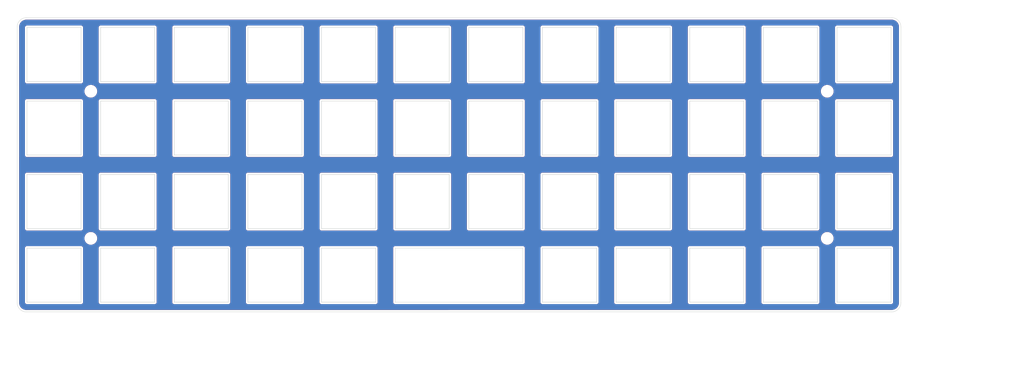
<source format=kicad_pcb>
(kicad_pcb (version 20211014) (generator pcbnew)
  (layers (0 "F.Cu" signal) (31 "B.Cu" signal) (34 "B.Paste" user) (35 "F.Paste" user) (36 "B.SilkS" user "B.Silkscreen") (37 "F.SilkS" user "F.Silkscreen") (38 "B.Mask" user) (39 "F.Mask" user) (44 "Edge.Cuts" user))
  (net 0 "")
  (footprint "Custom:MX switch plate" (layer "F.Cu") (at 103.664565 43.484593)
    (fp_text reference "REF**" hide)
    (fp_text value "MX switch plate")
    (fp_line (start -7 -7) (end -7 7) (layer "Edge.Cuts") (width 0.12))
    (fp_line (start -7 7) (end 7 7) (layer "Edge.Cuts") (width 0.12))
    (fp_line (start 7 -7) (end -7 -7) (layer "Edge.Cuts") (width 0.12))
    (fp_line (start 7 7) (end 7 -7) (layer "Edge.Cuts") (width 0.12))
  )
  (footprint "Custom:MX switch plate" (layer "F.Cu") (at 179.864565 62.534593)
    (fp_text reference "REF**" hide)
    (fp_text value "MX switch plate")
    (fp_line (start 7 7) (end 7 -7) (layer "Edge.Cuts") (width 0.12))
    (fp_line (start 7 -7) (end -7 -7) (layer "Edge.Cuts") (width 0.12))
    (fp_line (start -7 -7) (end -7 7) (layer "Edge.Cuts") (width 0.12))
    (fp_line (start -7 7) (end 7 7) (layer "Edge.Cuts") (width 0.12))
  )
  (footprint "Custom:MX switch plate" (layer "F.Cu") (at 27.464565 43.484593)
    (fp_text reference "REF**" hide)
    (fp_text value "MX switch plate")
    (fp_line (start -7 7) (end -7 -7) (layer "Edge.Cuts") (width 0.12))
    (fp_line (start 7 -7) (end 7 7) (layer "Edge.Cuts") (width 0.12))
    (fp_line (start -7 -7) (end 7 -7) (layer "Edge.Cuts") (width 0.12))
    (fp_line (start 7 7) (end -7 7) (layer "Edge.Cuts") (width 0.12))
  )
  (footprint "Custom:MX switch plate" (layer "F.Cu") (at 217.964565 81.584593)
    (fp_text reference "REF**" hide)
    (fp_text value "MX switch plate")
    (fp_line (start 7 -7) (end -7 -7) (layer "Edge.Cuts") (width 0.12))
    (fp_line (start -7 -7) (end -7 7) (layer "Edge.Cuts") (width 0.12))
    (fp_line (start -7 7) (end 7 7) (layer "Edge.Cuts") (width 0.12))
    (fp_line (start 7 7) (end 7 -7) (layer "Edge.Cuts") (width 0.12))
  )
  (footprint "Custom:MX switch plate" (layer "F.Cu") (at 46.514565 43.484593)
    (fp_text reference "REF**" hide)
    (fp_text value "MX switch plate")
    (fp_line (start -7 -7) (end -7 7) (layer "Edge.Cuts") (width 0.12))
    (fp_line (start -7 7) (end 7 7) (layer "Edge.Cuts") (width 0.12))
    (fp_line (start 7 -7) (end -7 -7) (layer "Edge.Cuts") (width 0.12))
    (fp_line (start 7 7) (end 7 -7) (layer "Edge.Cuts") (width 0.12))
  )
  (footprint "Custom:MX switch plate" (layer "F.Cu") (at 237.014565 100.634593)
    (fp_text reference "REF**" hide)
    (fp_text value "MX switch plate")
    (fp_line (start -7 -7) (end -7 7) (layer "Edge.Cuts") (width 0.12))
    (fp_line (start 7 7) (end 7 -7) (layer "Edge.Cuts") (width 0.12))
    (fp_line (start 7 -7) (end -7 -7) (layer "Edge.Cuts") (width 0.12))
    (fp_line (start -7 7) (end 7 7) (layer "Edge.Cuts") (width 0.12))
  )
  (footprint "Custom:MX switch plate" (layer "F.Cu") (at 179.864565 81.584593)
    (fp_text reference "REF**" hide)
    (fp_text value "MX switch plate")
    (fp_line (start -7 7) (end 7 7) (layer "Edge.Cuts") (width 0.12))
    (fp_line (start 7 -7) (end -7 -7) (layer "Edge.Cuts") (width 0.12))
    (fp_line (start 7 7) (end 7 -7) (layer "Edge.Cuts") (width 0.12))
    (fp_line (start -7 -7) (end -7 7) (layer "Edge.Cuts") (width 0.12))
  )
  (footprint "Custom:MX switch plate" (layer "F.Cu") (at 122.714565 62.534593)
    (fp_text reference "REF**" hide)
    (fp_text value "MX switch plate")
    (fp_line (start 7 7) (end 7 -7) (layer "Edge.Cuts") (width 0.12))
    (fp_line (start -7 7) (end 7 7) (layer "Edge.Cuts") (width 0.12))
    (fp_line (start 7 -7) (end -7 -7) (layer "Edge.Cuts") (width 0.12))
    (fp_line (start -7 -7) (end -7 7) (layer "Edge.Cuts") (width 0.12))
  )
  (footprint "Custom:MX switch plate" (layer "F.Cu") (at 217.964565 100.634593)
    (fp_text reference "REF**" hide)
    (fp_text value "MX switch plate")
    (fp_line (start -7 -7) (end -7 7) (layer "Edge.Cuts") (width 0.12))
    (fp_line (start -7 7) (end 7 7) (layer "Edge.Cuts") (width 0.12))
    (fp_line (start 7 7) (end 7 -7) (layer "Edge.Cuts") (width 0.12))
    (fp_line (start 7 -7) (end -7 -7) (layer "Edge.Cuts") (width 0.12))
  )
  (footprint "Custom:MX switch plate" (layer "F.Cu") (at 122.714565 81.584593)
    (fp_text reference "REF**" hide)
    (fp_text value "MX switch plate")
    (fp_line (start -7 7) (end 7 7) (layer "Edge.Cuts") (width 0.12))
    (fp_line (start 7 -7) (end -7 -7) (layer "Edge.Cuts") (width 0.12))
    (fp_line (start -7 -7) (end -7 7) (layer "Edge.Cuts") (width 0.12))
    (fp_line (start 7 7) (end 7 -7) (layer "Edge.Cuts") (width 0.12))
  )
  (footprint "Custom:MX switch plate" (layer "F.Cu") (at 237.014565 81.584593)
    (fp_text reference "REF**" hide)
    (fp_text value "MX switch plate")
    (fp_line (start -7 -7) (end -7 7) (layer "Edge.Cuts") (width 0.12))
    (fp_line (start 7 7) (end 7 -7) (layer "Edge.Cuts") (width 0.12))
    (fp_line (start -7 7) (end 7 7) (layer "Edge.Cuts") (width 0.12))
    (fp_line (start 7 -7) (end -7 -7) (layer "Edge.Cuts") (width 0.12))
  )
  (footprint "Custom:MX switch plate" (layer "F.Cu") (at 46.514565 81.584593)
    (fp_text reference "REF**" hide)
    (fp_text value "MX switch plate")
    (fp_line (start -7 7) (end 7 7) (layer "Edge.Cuts") (width 0.12))
    (fp_line (start -7 -7) (end -7 7) (layer "Edge.Cuts") (width 0.12))
    (fp_line (start 7 -7) (end -7 -7) (layer "Edge.Cuts") (width 0.12))
    (fp_line (start 7 7) (end 7 -7) (layer "Edge.Cuts") (width 0.12))
  )
  (footprint "Custom:MX switch plate" (layer "F.Cu") (at 217.964565 43.484593)
    (fp_text reference "REF**" hide)
    (fp_text value "MX switch plate")
    (fp_line (start 7 7) (end 7 -7) (layer "Edge.Cuts") (width 0.12))
    (fp_line (start -7 7) (end 7 7) (layer "Edge.Cuts") (width 0.12))
    (fp_line (start -7 -7) (end -7 7) (layer "Edge.Cuts") (width 0.12))
    (fp_line (start 7 -7) (end -7 -7) (layer "Edge.Cuts") (width 0.12))
  )
  (footprint "Custom:MX switch plate" (layer "F.Cu") (at 103.664565 62.534593)
    (fp_text reference "REF**" hide)
    (fp_text value "MX switch plate")
    (fp_line (start 7 -7) (end -7 -7) (layer "Edge.Cuts") (width 0.12))
    (fp_line (start -7 -7) (end -7 7) (layer "Edge.Cuts") (width 0.12))
    (fp_line (start -7 7) (end 7 7) (layer "Edge.Cuts") (width 0.12))
    (fp_line (start 7 7) (end 7 -7) (layer "Edge.Cuts") (width 0.12))
  )
  (footprint "Custom:MX switch plate" (layer "F.Cu") (at 160.814565 62.534593)
    (fp_text reference "REF**" hide)
    (fp_text value "MX switch plate")
    (fp_line (start 7 7) (end 7 -7) (layer "Edge.Cuts") (width 0.12))
    (fp_line (start -7 7) (end 7 7) (layer "Edge.Cuts") (width 0.12))
    (fp_line (start -7 -7) (end -7 7) (layer "Edge.Cuts") (width 0.12))
    (fp_line (start 7 -7) (end -7 -7) (layer "Edge.Cuts") (width 0.12))
  )
  (footprint "Custom:MX switch plate" (layer "F.Cu") (at 46.514565 62.534593)
    (fp_text reference "REF**" hide)
    (fp_text value "MX switch plate")
    (fp_line (start 7 7) (end 7 -7) (layer "Edge.Cuts") (width 0.12))
    (fp_line (start -7 7) (end 7 7) (layer "Edge.Cuts") (width 0.12))
    (fp_line (start -7 -7) (end -7 7) (layer "Edge.Cuts") (width 0.12))
    (fp_line (start 7 -7) (end -7 -7) (layer "Edge.Cuts") (width 0.12))
  )
  (footprint "Custom:M2 Screw" (layer "F.Cu") (at 36.989565 53.009593)
    (fp_text reference "REF**" hide)
    (fp_text value "M2 Screw")
    (pad "" np_thru_hole circle (at 0 0) (size 2.3 2.3) (drill 2.3) (layers *.Cu *.Mask))
  )
  (footprint "Custom:MX switch plate" (layer "F.Cu") (at 65.564565 100.634593)
    (fp_text reference "REF**" hide)
    (fp_text value "MX switch plate")
    (fp_line (start -7 -7) (end -7 7) (layer "Edge.Cuts") (width 0.12))
    (fp_line (start 7 -7) (end -7 -7) (layer "Edge.Cuts") (width 0.12))
    (fp_line (start -7 7) (end 7 7) (layer "Edge.Cuts") (width 0.12))
    (fp_line (start 7 7) (end 7 -7) (layer "Edge.Cuts") (width 0.12))
  )
  (footprint "Custom:MX switch plate" (layer "F.Cu") (at 160.814565 100.634593)
    (fp_text reference "REF**" hide)
    (fp_text value "MX switch plate")
    (fp_line (start 7 -7) (end -7 -7) (layer "Edge.Cuts") (width 0.12))
    (fp_line (start -7 -7) (end -7 7) (layer "Edge.Cuts") (width 0.12))
    (fp_line (start 7 7) (end 7 -7) (layer "Edge.Cuts") (width 0.12))
    (fp_line (start -7 7) (end 7 7) (layer "Edge.Cuts") (width 0.12))
  )
  (footprint "Custom:MX switch plate" (layer "F.Cu") (at 27.464565 81.584593)
    (fp_text reference "REF**" hide)
    (fp_text value "MX switch plate")
    (fp_line (start -7 7) (end 7 7) (layer "Edge.Cuts") (width 0.12))
    (fp_line (start 7 7) (end 7 -7) (layer "Edge.Cuts") (width 0.12))
    (fp_line (start 7 -7) (end -7 -7) (layer "Edge.Cuts") (width 0.12))
    (fp_line (start -7 -7) (end -7 7) (layer "Edge.Cuts") (width 0.12))
  )
  (footprint "Custom:MX switch plate" (layer "F.Cu") (at 160.814565 81.584593)
    (fp_text reference "REF**" hide)
    (fp_text value "MX switch plate")
    (fp_line (start 7 -7) (end -7 -7) (layer "Edge.Cuts") (width 0.12))
    (fp_line (start -7 -7) (end -7 7) (layer "Edge.Cuts") (width 0.12))
    (fp_line (start 7 7) (end 7 -7) (layer "Edge.Cuts") (width 0.12))
    (fp_line (start -7 7) (end 7 7) (layer "Edge.Cuts") (width 0.12))
  )
  (footprint "Custom:MX switch plate" (layer "F.Cu") (at 237.014565 43.484593)
    (fp_text reference "REF**" hide)
    (fp_text value "MX switch plate")
    (fp_line (start 7 7) (end 7 -7) (layer "Edge.Cuts") (width 0.12))
    (fp_line (start 7 -7) (end -7 -7) (layer "Edge.Cuts") (width 0.12))
    (fp_line (start -7 7) (end 7 7) (layer "Edge.Cuts") (width 0.12))
    (fp_line (start -7 -7) (end -7 7) (layer "Edge.Cuts") (width 0.12))
  )
  (footprint "" (layer "F.Cu") (at 227.489565 91.109593)
    (fp_text reference "" (at 0 0) (layer "F.SilkS") (effects (font (size 1.27 1.27))))
    (fp_text value "" (at 0 0) (layer "F.SilkS") (effects (font (size 1.27 1.27))))
    (pad "" np_thru_hole circle (at 0 0) (size 2.3 2.3) (drill 2.3) (layers *.Cu *.Mask))
  )
  (footprint "Custom:MX switch plate" (layer "F.Cu") (at 217.964565 62.534593)
    (fp_text reference "REF**" hide)
    (fp_text value "MX switch plate")
    (fp_line (start -7 -7) (end -7 7) (layer "Edge.Cuts") (width 0.12))
    (fp_line (start 7 -7) (end -7 -7) (layer "Edge.Cuts") (width 0.12))
    (fp_line (start -7 7) (end 7 7) (layer "Edge.Cuts") (width 0.12))
    (fp_line (start 7 7) (end 7 -7) (layer "Edge.Cuts") (width 0.12))
  )
  (footprint "Custom:MX switch plate" (layer "F.Cu") (at 179.864565 43.484593)
    (fp_text reference "REF**" hide)
    (fp_text value "MX switch plate")
    (fp_line (start -7 7) (end 7 7) (layer "Edge.Cuts") (width 0.12))
    (fp_line (start 7 -7) (end -7 -7) (layer "Edge.Cuts") (width 0.12))
    (fp_line (start -7 -7) (end -7 7) (layer "Edge.Cuts") (width 0.12))
    (fp_line (start 7 7) (end 7 -7) (layer "Edge.Cuts") (width 0.12))
  )
  (footprint "Custom:MX switch plate" (layer "F.Cu") (at 65.564565 62.534593)
    (fp_text reference "REF**" hide)
    (fp_text value "MX switch plate")
    (fp_line (start 7 -7) (end -7 -7) (layer "Edge.Cuts") (width 0.12))
    (fp_line (start 7 7) (end 7 -7) (layer "Edge.Cuts") (width 0.12))
    (fp_line (start -7 7) (end 7 7) (layer "Edge.Cuts") (width 0.12))
    (fp_line (start -7 -7) (end -7 7) (layer "Edge.Cuts") (width 0.12))
  )
  (footprint "Custom:MX switch plate" (layer "F.Cu") (at 198.914565 100.634593)
    (fp_text reference "REF**" hide)
    (fp_text value "MX switch plate")
    (fp_line (start -7 -7) (end -7 7) (layer "Edge.Cuts") (width 0.12))
    (fp_line (start 7 7) (end 7 -7) (layer "Edge.Cuts") (width 0.12))
    (fp_line (start 7 -7) (end -7 -7) (layer "Edge.Cuts") (width 0.12))
    (fp_line (start -7 7) (end 7 7) (layer "Edge.Cuts") (width 0.12))
  )
  (footprint "Custom:MX switch plate" (layer "F.Cu") (at 46.514565 100.634593)
    (fp_text reference "REF**" hide)
    (fp_text value "MX switch plate")
    (fp_line (start -7 7) (end 7 7) (layer "Edge.Cuts") (width 0.12))
    (fp_line (start 7 7) (end 7 -7) (layer "Edge.Cuts") (width 0.12))
    (fp_line (start 7 -7) (end -7 -7) (layer "Edge.Cuts") (width 0.12))
    (fp_line (start -7 -7) (end -7 7) (layer "Edge.Cuts") (width 0.12))
  )
  (footprint "Custom:MX switch plate" (layer "F.Cu") (at 65.564565 43.484593)
    (fp_text reference "REF**" hide)
    (fp_text value "MX switch plate")
    (fp_line (start 7 -7) (end -7 -7) (layer "Edge.Cuts") (width 0.12))
    (fp_line (start -7 -7) (end -7 7) (layer "Edge.Cuts") (width 0.12))
    (fp_line (start -7 7) (end 7 7) (layer "Edge.Cuts") (width 0.12))
    (fp_line (start 7 7) (end 7 -7) (layer "Edge.Cuts") (width 0.12))
  )
  (footprint "Custom:MX switch plate" (layer "F.Cu") (at 141.764565 43.484593)
    (fp_text reference "REF**" hide)
    (fp_text value "MX switch plate")
    (fp_line (start 7 -7) (end -7 -7) (layer "Edge.Cuts") (width 0.12))
    (fp_line (start -7 -7) (end -7 7) (layer "Edge.Cuts") (width 0.12))
    (fp_line (start 7 7) (end 7 -7) (layer "Edge.Cuts") (width 0.12))
    (fp_line (start -7 7) (end 7 7) (layer "Edge.Cuts") (width 0.12))
  )
  (footprint "Custom:MX switch plate" (layer "F.Cu") (at 27.464565 100.634593)
    (fp_text reference "REF**" hide)
    (fp_text value "MX switch plate")
    (fp_line (start 7 7) (end 7 -7) (layer "Edge.Cuts") (width 0.12))
    (fp_line (start -7 -7) (end -7 7) (layer "Edge.Cuts") (width 0.12))
    (fp_line (start -7 7) (end 7 7) (layer "Edge.Cuts") (width 0.12))
    (fp_line (start 7 -7) (end -7 -7) (layer "Edge.Cuts") (width 0.12))
  )
  (footprint "Custom:MX switch plate" (layer "F.Cu") (at 179.864565 100.634593)
    (fp_text reference "REF**" hide)
    (fp_text value "MX switch plate")
    (fp_line (start -7 -7) (end -7 7) (layer "Edge.Cuts") (width 0.12))
    (fp_line (start 7 -7) (end -7 -7) (layer "Edge.Cuts") (width 0.12))
    (fp_line (start -7 7) (end 7 7) (layer "Edge.Cuts") (width 0.12))
    (fp_line (start 7 7) (end 7 -7) (layer "Edge.Cuts") (width 0.12))
  )
  (footprint "Custom:MX switch plate" (layer "F.Cu") (at 237.014565 62.534593)
    (fp_text reference "REF**" hide)
    (fp_text value "MX switch plate")
    (fp_line (start 7 -7) (end -7 -7) (layer "Edge.Cuts") (width 0.12))
    (fp_line (start 7 7) (end 7 -7) (layer "Edge.Cuts") (width 0.12))
    (fp_line (start -7 -7) (end -7 7) (layer "Edge.Cuts") (width 0.12))
    (fp_line (start -7 7) (end 7 7) (layer "Edge.Cuts") (width 0.12))
  )
  (footprint "Custom:MX switch plate" (layer "F.Cu") (at 84.614565 100.634593)
    (fp_text reference "REF**" hide)
    (fp_text value "MX switch plate")
    (fp_line (start 7 -7) (end -7 -7) (layer "Edge.Cuts") (width 0.12))
    (fp_line (start 7 7) (end 7 -7) (layer "Edge.Cuts") (width 0.12))
    (fp_line (start -7 7) (end 7 7) (layer "Edge.Cuts") (width 0.12))
    (fp_line (start -7 -7) (end -7 7) (layer "Edge.Cuts") (width 0.12))
  )
  (footprint "Custom:MX switch plate" (layer "F.Cu") (at 198.914565 43.484593)
    (fp_text reference "REF**" hide)
    (fp_text value "MX switch plate")
    (fp_line (start -7 7) (end 7 7) (layer "Edge.Cuts") (width 0.12))
    (fp_line (start -7 -7) (end -7 7) (layer "Edge.Cuts") (width 0.12))
    (fp_line (start 7 -7) (end -7 -7) (layer "Edge.Cuts") (width 0.12))
    (fp_line (start 7 7) (end 7 -7) (layer "Edge.Cuts") (width 0.12))
  )
  (footprint "Custom:MX switch plate" (layer "F.Cu") (at 84.614565 43.484593)
    (fp_text reference "REF**" hide)
    (fp_text value "MX switch plate")
    (fp_line (start -7 7) (end 7 7) (layer "Edge.Cuts") (width 0.12))
    (fp_line (start 7 7) (end 7 -7) (layer "Edge.Cuts") (width 0.12))
    (fp_line (start 7 -7) (end -7 -7) (layer "Edge.Cuts") (width 0.12))
    (fp_line (start -7 -7) (end -7 7) (layer "Edge.Cuts") (width 0.12))
  )
  (footprint "Custom:MX switch plate" (layer "F.Cu") (at 103.664565 81.584593)
    (fp_text reference "REF**" hide)
    (fp_text value "MX switch plate")
    (fp_line (start 7 -7) (end -7 -7) (layer "Edge.Cuts") (width 0.12))
    (fp_line (start -7 7) (end 7 7) (layer "Edge.Cuts") (width 0.12))
    (fp_line (start -7 -7) (end -7 7) (layer "Edge.Cuts") (width 0.12))
    (fp_line (start 7 7) (end 7 -7) (layer "Edge.Cuts") (width 0.12))
  )
  (footprint "Custom:MX switch plate" (layer "F.Cu") (at 122.714565 43.484593)
    (fp_text reference "REF**" hide)
    (fp_text value "MX switch plate")
    (fp_line (start -7 7) (end 7 7) (layer "Edge.Cuts") (width 0.12))
    (fp_line (start 7 7) (end 7 -7) (layer "Edge.Cuts") (width 0.12))
    (fp_line (start 7 -7) (end -7 -7) (layer "Edge.Cuts") (width 0.12))
    (fp_line (start -7 -7) (end -7 7) (layer "Edge.Cuts") (width 0.12))
  )
  (footprint "" (layer "F.Cu") (at 36.989565 91.109593)
    (fp_text reference "" (at 0 0) (layer "F.SilkS") (effects (font (size 1.27 1.27))))
    (fp_text value "" (at 0 0) (layer "F.SilkS") (effects (font (size 1.27 1.27))))
    (pad "" np_thru_hole circle (at 0 0) (size 2.3 2.3) (drill 2.3) (layers *.Cu *.Mask))
  )
  (footprint "Custom:MX switch plate" (layer "F.Cu") (at 160.814565 43.484593)
    (fp_text reference "REF**" hide)
    (fp_text value "MX switch plate")
    (fp_line (start 7 -7) (end -7 -7) (layer "Edge.Cuts") (width 0.12))
    (fp_line (start 7 7) (end 7 -7) (layer "Edge.Cuts") (width 0.12))
    (fp_line (start -7 7) (end 7 7) (layer "Edge.Cuts") (width 0.12))
    (fp_line (start -7 -7) (end -7 7) (layer "Edge.Cuts") (width 0.12))
  )
  (footprint "Custom:MX switch plate" (layer "F.Cu") (at 198.914565 81.584593)
    (fp_text reference "REF**" hide)
    (fp_text value "MX switch plate")
    (fp_line (start 7 -7) (end -7 -7) (layer "Edge.Cuts") (width 0.12))
    (fp_line (start -7 7) (end 7 7) (layer "Edge.Cuts") (width 0.12))
    (fp_line (start 7 7) (end 7 -7) (layer "Edge.Cuts") (width 0.12))
    (fp_line (start -7 -7) (end -7 7) (layer "Edge.Cuts") (width 0.12))
  )
  (footprint "Custom:MX switch plate" (layer "F.Cu") (at 141.764565 62.534593)
    (fp_text reference "REF**" hide)
    (fp_text value "MX switch plate")
    (fp_line (start -7 -7) (end -7 7) (layer "Edge.Cuts") (width 0.12))
    (fp_line (start -7 7) (end 7 7) (layer "Edge.Cuts") (width 0.12))
    (fp_line (start 7 -7) (end -7 -7) (layer "Edge.Cuts") (width 0.12))
    (fp_line (start 7 7) (end 7 -7) (layer "Edge.Cuts") (width 0.12))
  )
  (footprint "Custom:MX switch plate" (layer "F.Cu") (at 27.464565 62.534593)
    (fp_text reference "REF**" hide)
    (fp_text value "MX switch plate")
    (fp_line (start 7 -7) (end -7 -7) (layer "Edge.Cuts") (width 0.12))
    (fp_line (start 7 7) (end 7 -7) (layer "Edge.Cuts") (width 0.12))
    (fp_line (start -7 -7) (end -7 7) (layer "Edge.Cuts") (width 0.12))
    (fp_line (start -7 7) (end 7 7) (layer "Edge.Cuts") (width 0.12))
  )
  (footprint "Custom:MX switch plate" (layer "F.Cu") (at 65.564565 81.584593)
    (fp_text reference "REF**" hide)
    (fp_text value "MX switch plate")
    (fp_line (start -7 7) (end 7 7) (layer "Edge.Cuts") (width 0.12))
    (fp_line (start -7 -7) (end -7 7) (layer "Edge.Cuts") (width 0.12))
    (fp_line (start 7 -7) (end -7 -7) (layer "Edge.Cuts") (width 0.12))
    (fp_line (start 7 7) (end 7 -7) (layer "Edge.Cuts") (width 0.12))
  )
  (footprint "Custom:MX switch plate" (layer "F.Cu") (at 198.914565 62.534593)
    (fp_text reference "REF**" hide)
    (fp_text value "MX switch plate")
    (fp_line (start -7 -7) (end -7 7) (layer "Edge.Cuts") (width 0.12))
    (fp_line (start 7 7) (end 7 -7) (layer "Edge.Cuts") (width 0.12))
    (fp_line (start -7 7) (end 7 7) (layer "Edge.Cuts") (width 0.12))
    (fp_line (start 7 -7) (end -7 -7) (layer "Edge.Cuts") (width 0.12))
  )
  (footprint "" (layer "F.Cu") (at 227.489565 53.009593)
    (fp_text reference "" (at 0 0) (layer "F.SilkS") (effects (font (size 1.27 1.27))))
    (fp_text value "" (at 0 0) (layer "F.SilkS") (effects (font (size 1.27 1.27))))
    (pad "" np_thru_hole circle (at 0 0) (size 2.3 2.3) (drill 2.3) (layers *.Cu *.Mask))
  )
  (footprint "Custom:MX switch plate" (layer "F.Cu") (at 103.664565 100.634593)
    (fp_text reference "REF**" hide)
    (fp_text value "MX switch plate")
    (fp_line (start 7 7) (end 7 -7) (layer "Edge.Cuts") (width 0.12))
    (fp_line (start 7 -7) (end -7 -7) (layer "Edge.Cuts") (width 0.12))
    (fp_line (start -7 7) (end 7 7) (layer "Edge.Cuts") (width 0.12))
    (fp_line (start -7 -7) (end -7 7) (layer "Edge.Cuts") (width 0.12))
  )
  (footprint "Custom:MX switch plate" (layer "F.Cu") (at 84.614565 62.534593)
    (fp_text reference "REF**" hide)
    (fp_text value "MX switch plate")
    (fp_line (start 7 -7) (end -7 -7) (layer "Edge.Cuts") (width 0.12))
    (fp_line (start 7 7) (end 7 -7) (layer "Edge.Cuts") (width 0.12))
    (fp_line (start -7 -7) (end -7 7) (layer "Edge.Cuts") (width 0.12))
    (fp_line (start -7 7) (end 7 7) (layer "Edge.Cuts") (width 0.12))
  )
  (footprint "Custom:MX switch plate" (layer "F.Cu") (at 84.614565 81.584593)
    (fp_text reference "REF**" hide)
    (fp_text value "MX switch plate")
    (fp_line (start 7 -7) (end -7 -7) (layer "Edge.Cuts") (width 0.12))
    (fp_line (start 7 7) (end 7 -7) (layer "Edge.Cuts") (width 0.12))
    (fp_line (start -7 7) (end 7 7) (layer "Edge.Cuts") (width 0.12))
    (fp_line (start -7 -7) (end -7 7) (layer "Edge.Cuts") (width 0.12))
  )
  (footprint "Custom:MX switch plate" (layer "F.Cu") (at 141.764565 81.584593)
    (fp_text reference "REF**" hide)
    (fp_text value "MX switch plate")
    (fp_line (start -7 7) (end 7 7) (layer "Edge.Cuts") (width 0.12))
    (fp_line (start 7 7) (end 7 -7) (layer "Edge.Cuts") (width 0.12))
    (fp_line (start 7 -7) (end -7 -7) (layer "Edge.Cuts") (width 0.12))
    (fp_line (start -7 -7) (end -7 7) (layer "Edge.Cuts") (width 0.12))
  )
  (gr_line (start 244.166203 110.147453) (end 20.313798 110.157452) (layer "Edge.Cuts") (width 0.1))
  (gr_line (start 148.764565 107.634593) (end 115.714565 107.634593) (layer "Edge.Cuts") (width 0.1))
  (gr_line (start 20.320815 33.959593) (end 244.173296 33.960862) (layer "Edge.Cuts") (width 0.1))
  (gr_line (start 246.547453 107.766203) (end 246.554546 36.342112) (layer "Edge.Cuts") (width 0.1))
  (gr_arc (start 17.939565 36.340843) (mid 18.637017 34.657045) (end 20.320815 33.959593) (layer "Edge.Cuts") (width 0.1))
  (gr_arc (start 244.173296 33.960862) (mid 245.857063 34.658343) (end 246.554546 36.342112) (layer "Edge.Cuts") (width 0.1))
  (gr_line (start 17.932548 107.776202) (end 17.939565 36.340843) (layer "Edge.Cuts") (width 0.1))
  (gr_line (start 148.764565 93.634593) (end 148.764565 107.634593) (layer "Edge.Cuts") (width 0.1))
  (gr_line (start 115.714565 107.634593) (end 115.714565 93.634593) (layer "Edge.Cuts") (width 0.1))
  (gr_arc (start 20.313798 110.157452) (mid 18.63 109.46) (end 17.932548 107.776202) (layer "Edge.Cuts") (width 0.1))
  (gr_arc (start 246.547453 107.766203) (mid 245.85 109.45) (end 244.166203 110.147453) (layer "Edge.Cuts") (width 0.1))
  (gr_line (start 115.714565 93.634593) (end 148.764565 93.634593) (layer "Edge.Cuts") (width 0.1))
  (zone (net 0) (net_name "") (layer "F.Cu") (connect_pads (clearance 0.508)) (min_thickness 0.254) (fill yes (thermal_gap 0.508) (thermal_bridge_width 0.508))
    (polygon (pts (xy 275.43125 116.68125) (xy 14.2875 112.7125) (xy 13.49375 112.7125) (xy 14.2875 29.36875) (xy 275.43125 29.36875)))
  )
  (zone (net 0) (net_name "") (layer "B.Cu") (connect_pads (clearance 0.508)) (min_thickness 0.254) (fill yes (thermal_gap 0.508) (thermal_bridge_width 0.508))
    (polygon (pts (xy 275.43125 116.68125) (xy 13.49375 112.7125) (xy 14.2875 29.36875) (xy 275.43125 29.36875)))
  )
)
</source>
